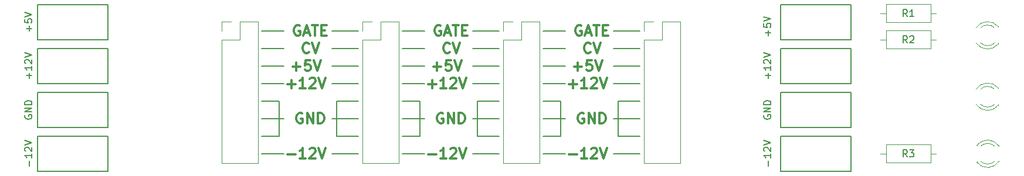
<source format=gbr>
G04 #@! TF.GenerationSoftware,KiCad,Pcbnew,(5.0.0)*
G04 #@! TF.CreationDate,2018-11-13T12:50:57-08:00*
G04 #@! TF.ProjectId,bus_board,6275735F626F6172642E6B696361645F,rev?*
G04 #@! TF.SameCoordinates,Original*
G04 #@! TF.FileFunction,Legend,Top*
G04 #@! TF.FilePolarity,Positive*
%FSLAX46Y46*%
G04 Gerber Fmt 4.6, Leading zero omitted, Abs format (unit mm)*
G04 Created by KiCad (PCBNEW (5.0.0)) date 11/13/18 12:50:57*
%MOMM*%
%LPD*%
G01*
G04 APERTURE LIST*
%ADD10C,0.200000*%
%ADD11C,0.300000*%
%ADD12C,0.120000*%
%ADD13C,0.150000*%
%ADD14C,6.000000*%
%ADD15R,2.100000X2.100000*%
%ADD16O,2.100000X2.100000*%
%ADD17C,2.200000*%
%ADD18R,2.200000X2.200000*%
%ADD19O,2.000000X2.000000*%
%ADD20C,2.000000*%
%ADD21C,3.400000*%
G04 APERTURE END LIST*
D10*
X138430000Y-71120000D02*
X142240000Y-71120000D01*
X128270000Y-78740000D02*
X131445000Y-78740000D01*
X128270000Y-73660000D02*
X131445000Y-73660000D01*
X131445000Y-71120000D02*
X128270000Y-71120000D01*
X138430000Y-73660000D02*
X142240000Y-73660000D01*
X131445000Y-76200000D02*
X128270000Y-76200000D01*
X131445000Y-83820000D02*
X128270000Y-83820000D01*
X128270000Y-81280000D02*
X130810000Y-81280000D01*
X139065000Y-86360000D02*
X142240000Y-86360000D01*
X130810000Y-83820000D02*
X130810000Y-86360000D01*
X130810000Y-81280000D02*
X130810000Y-83820000D01*
X128270000Y-88900000D02*
X131445000Y-88900000D01*
X130810000Y-86360000D02*
X128270000Y-86360000D01*
X139065000Y-81280000D02*
X139065000Y-86360000D01*
X142240000Y-81280000D02*
X139065000Y-81280000D01*
D11*
X134112142Y-83070000D02*
X133969285Y-82998571D01*
X133755000Y-82998571D01*
X133540714Y-83070000D01*
X133397857Y-83212857D01*
X133326428Y-83355714D01*
X133255000Y-83641428D01*
X133255000Y-83855714D01*
X133326428Y-84141428D01*
X133397857Y-84284285D01*
X133540714Y-84427142D01*
X133755000Y-84498571D01*
X133897857Y-84498571D01*
X134112142Y-84427142D01*
X134183571Y-84355714D01*
X134183571Y-83855714D01*
X133897857Y-83855714D01*
X134826428Y-84498571D02*
X134826428Y-82998571D01*
X135683571Y-84498571D01*
X135683571Y-82998571D01*
X136397857Y-84498571D02*
X136397857Y-82998571D01*
X136755000Y-82998571D01*
X136969285Y-83070000D01*
X137112142Y-83212857D01*
X137183571Y-83355714D01*
X137255000Y-83641428D01*
X137255000Y-83855714D01*
X137183571Y-84141428D01*
X137112142Y-84284285D01*
X136969285Y-84427142D01*
X136755000Y-84498571D01*
X136397857Y-84498571D01*
X131977142Y-89007142D02*
X133120000Y-89007142D01*
X134620000Y-89578571D02*
X133762857Y-89578571D01*
X134191428Y-89578571D02*
X134191428Y-88078571D01*
X134048571Y-88292857D01*
X133905714Y-88435714D01*
X133762857Y-88507142D01*
X135191428Y-88221428D02*
X135262857Y-88150000D01*
X135405714Y-88078571D01*
X135762857Y-88078571D01*
X135905714Y-88150000D01*
X135977142Y-88221428D01*
X136048571Y-88364285D01*
X136048571Y-88507142D01*
X135977142Y-88721428D01*
X135120000Y-89578571D01*
X136048571Y-89578571D01*
X136477142Y-88078571D02*
X136977142Y-89578571D01*
X137477142Y-88078571D01*
D10*
X142240000Y-78740000D02*
X138430000Y-78740000D01*
X138430000Y-76200000D02*
X142240000Y-76200000D01*
X142240000Y-88900000D02*
X138430000Y-88900000D01*
X142240000Y-83820000D02*
X138430000Y-83820000D01*
D11*
X135076428Y-74195714D02*
X135005000Y-74267142D01*
X134790714Y-74338571D01*
X134647857Y-74338571D01*
X134433571Y-74267142D01*
X134290714Y-74124285D01*
X134219285Y-73981428D01*
X134147857Y-73695714D01*
X134147857Y-73481428D01*
X134219285Y-73195714D01*
X134290714Y-73052857D01*
X134433571Y-72910000D01*
X134647857Y-72838571D01*
X134790714Y-72838571D01*
X135005000Y-72910000D01*
X135076428Y-72981428D01*
X135505000Y-72838571D02*
X136005000Y-74338571D01*
X136505000Y-72838571D01*
X132691428Y-76307142D02*
X133834285Y-76307142D01*
X133262857Y-76878571D02*
X133262857Y-75735714D01*
X135262857Y-75378571D02*
X134548571Y-75378571D01*
X134477142Y-76092857D01*
X134548571Y-76021428D01*
X134691428Y-75950000D01*
X135048571Y-75950000D01*
X135191428Y-76021428D01*
X135262857Y-76092857D01*
X135334285Y-76235714D01*
X135334285Y-76592857D01*
X135262857Y-76735714D01*
X135191428Y-76807142D01*
X135048571Y-76878571D01*
X134691428Y-76878571D01*
X134548571Y-76807142D01*
X134477142Y-76735714D01*
X135762857Y-75378571D02*
X136262857Y-76878571D01*
X136762857Y-75378571D01*
X133755000Y-70370000D02*
X133612142Y-70298571D01*
X133397857Y-70298571D01*
X133183571Y-70370000D01*
X133040714Y-70512857D01*
X132969285Y-70655714D01*
X132897857Y-70941428D01*
X132897857Y-71155714D01*
X132969285Y-71441428D01*
X133040714Y-71584285D01*
X133183571Y-71727142D01*
X133397857Y-71798571D01*
X133540714Y-71798571D01*
X133755000Y-71727142D01*
X133826428Y-71655714D01*
X133826428Y-71155714D01*
X133540714Y-71155714D01*
X134397857Y-71370000D02*
X135112142Y-71370000D01*
X134255000Y-71798571D02*
X134755000Y-70298571D01*
X135255000Y-71798571D01*
X135540714Y-70298571D02*
X136397857Y-70298571D01*
X135969285Y-71798571D02*
X135969285Y-70298571D01*
X136897857Y-71012857D02*
X137397857Y-71012857D01*
X137612142Y-71798571D02*
X136897857Y-71798571D01*
X136897857Y-70298571D01*
X137612142Y-70298571D01*
X131977142Y-78847142D02*
X133120000Y-78847142D01*
X132548571Y-79418571D02*
X132548571Y-78275714D01*
X134620000Y-79418571D02*
X133762857Y-79418571D01*
X134191428Y-79418571D02*
X134191428Y-77918571D01*
X134048571Y-78132857D01*
X133905714Y-78275714D01*
X133762857Y-78347142D01*
X135191428Y-78061428D02*
X135262857Y-77990000D01*
X135405714Y-77918571D01*
X135762857Y-77918571D01*
X135905714Y-77990000D01*
X135977142Y-78061428D01*
X136048571Y-78204285D01*
X136048571Y-78347142D01*
X135977142Y-78561428D01*
X135120000Y-79418571D01*
X136048571Y-79418571D01*
X136477142Y-77918571D02*
X136977142Y-79418571D01*
X137477142Y-77918571D01*
D10*
X118110000Y-71120000D02*
X121920000Y-71120000D01*
X107950000Y-78740000D02*
X111125000Y-78740000D01*
X107950000Y-73660000D02*
X111125000Y-73660000D01*
X111125000Y-71120000D02*
X107950000Y-71120000D01*
X118110000Y-73660000D02*
X121920000Y-73660000D01*
X111125000Y-76200000D02*
X107950000Y-76200000D01*
X111125000Y-83820000D02*
X107950000Y-83820000D01*
X107950000Y-81280000D02*
X110490000Y-81280000D01*
X118745000Y-86360000D02*
X121920000Y-86360000D01*
X110490000Y-83820000D02*
X110490000Y-86360000D01*
X110490000Y-81280000D02*
X110490000Y-83820000D01*
X107950000Y-88900000D02*
X111125000Y-88900000D01*
X110490000Y-86360000D02*
X107950000Y-86360000D01*
X118745000Y-81280000D02*
X118745000Y-86360000D01*
X121920000Y-81280000D02*
X118745000Y-81280000D01*
D11*
X113792142Y-83070000D02*
X113649285Y-82998571D01*
X113435000Y-82998571D01*
X113220714Y-83070000D01*
X113077857Y-83212857D01*
X113006428Y-83355714D01*
X112935000Y-83641428D01*
X112935000Y-83855714D01*
X113006428Y-84141428D01*
X113077857Y-84284285D01*
X113220714Y-84427142D01*
X113435000Y-84498571D01*
X113577857Y-84498571D01*
X113792142Y-84427142D01*
X113863571Y-84355714D01*
X113863571Y-83855714D01*
X113577857Y-83855714D01*
X114506428Y-84498571D02*
X114506428Y-82998571D01*
X115363571Y-84498571D01*
X115363571Y-82998571D01*
X116077857Y-84498571D02*
X116077857Y-82998571D01*
X116435000Y-82998571D01*
X116649285Y-83070000D01*
X116792142Y-83212857D01*
X116863571Y-83355714D01*
X116935000Y-83641428D01*
X116935000Y-83855714D01*
X116863571Y-84141428D01*
X116792142Y-84284285D01*
X116649285Y-84427142D01*
X116435000Y-84498571D01*
X116077857Y-84498571D01*
X111657142Y-89007142D02*
X112800000Y-89007142D01*
X114300000Y-89578571D02*
X113442857Y-89578571D01*
X113871428Y-89578571D02*
X113871428Y-88078571D01*
X113728571Y-88292857D01*
X113585714Y-88435714D01*
X113442857Y-88507142D01*
X114871428Y-88221428D02*
X114942857Y-88150000D01*
X115085714Y-88078571D01*
X115442857Y-88078571D01*
X115585714Y-88150000D01*
X115657142Y-88221428D01*
X115728571Y-88364285D01*
X115728571Y-88507142D01*
X115657142Y-88721428D01*
X114800000Y-89578571D01*
X115728571Y-89578571D01*
X116157142Y-88078571D02*
X116657142Y-89578571D01*
X117157142Y-88078571D01*
D10*
X121920000Y-78740000D02*
X118110000Y-78740000D01*
X118110000Y-76200000D02*
X121920000Y-76200000D01*
X121920000Y-88900000D02*
X118110000Y-88900000D01*
X121920000Y-83820000D02*
X118110000Y-83820000D01*
D11*
X114756428Y-74195714D02*
X114685000Y-74267142D01*
X114470714Y-74338571D01*
X114327857Y-74338571D01*
X114113571Y-74267142D01*
X113970714Y-74124285D01*
X113899285Y-73981428D01*
X113827857Y-73695714D01*
X113827857Y-73481428D01*
X113899285Y-73195714D01*
X113970714Y-73052857D01*
X114113571Y-72910000D01*
X114327857Y-72838571D01*
X114470714Y-72838571D01*
X114685000Y-72910000D01*
X114756428Y-72981428D01*
X115185000Y-72838571D02*
X115685000Y-74338571D01*
X116185000Y-72838571D01*
X112371428Y-76307142D02*
X113514285Y-76307142D01*
X112942857Y-76878571D02*
X112942857Y-75735714D01*
X114942857Y-75378571D02*
X114228571Y-75378571D01*
X114157142Y-76092857D01*
X114228571Y-76021428D01*
X114371428Y-75950000D01*
X114728571Y-75950000D01*
X114871428Y-76021428D01*
X114942857Y-76092857D01*
X115014285Y-76235714D01*
X115014285Y-76592857D01*
X114942857Y-76735714D01*
X114871428Y-76807142D01*
X114728571Y-76878571D01*
X114371428Y-76878571D01*
X114228571Y-76807142D01*
X114157142Y-76735714D01*
X115442857Y-75378571D02*
X115942857Y-76878571D01*
X116442857Y-75378571D01*
X113435000Y-70370000D02*
X113292142Y-70298571D01*
X113077857Y-70298571D01*
X112863571Y-70370000D01*
X112720714Y-70512857D01*
X112649285Y-70655714D01*
X112577857Y-70941428D01*
X112577857Y-71155714D01*
X112649285Y-71441428D01*
X112720714Y-71584285D01*
X112863571Y-71727142D01*
X113077857Y-71798571D01*
X113220714Y-71798571D01*
X113435000Y-71727142D01*
X113506428Y-71655714D01*
X113506428Y-71155714D01*
X113220714Y-71155714D01*
X114077857Y-71370000D02*
X114792142Y-71370000D01*
X113935000Y-71798571D02*
X114435000Y-70298571D01*
X114935000Y-71798571D01*
X115220714Y-70298571D02*
X116077857Y-70298571D01*
X115649285Y-71798571D02*
X115649285Y-70298571D01*
X116577857Y-71012857D02*
X117077857Y-71012857D01*
X117292142Y-71798571D02*
X116577857Y-71798571D01*
X116577857Y-70298571D01*
X117292142Y-70298571D01*
X111657142Y-78847142D02*
X112800000Y-78847142D01*
X112228571Y-79418571D02*
X112228571Y-78275714D01*
X114300000Y-79418571D02*
X113442857Y-79418571D01*
X113871428Y-79418571D02*
X113871428Y-77918571D01*
X113728571Y-78132857D01*
X113585714Y-78275714D01*
X113442857Y-78347142D01*
X114871428Y-78061428D02*
X114942857Y-77990000D01*
X115085714Y-77918571D01*
X115442857Y-77918571D01*
X115585714Y-77990000D01*
X115657142Y-78061428D01*
X115728571Y-78204285D01*
X115728571Y-78347142D01*
X115657142Y-78561428D01*
X114800000Y-79418571D01*
X115728571Y-79418571D01*
X116157142Y-77918571D02*
X116657142Y-79418571D01*
X117157142Y-77918571D01*
D10*
X98425000Y-86360000D02*
X101600000Y-86360000D01*
X98425000Y-81280000D02*
X98425000Y-86360000D01*
X101600000Y-81280000D02*
X98425000Y-81280000D01*
X90170000Y-86360000D02*
X87630000Y-86360000D01*
X90170000Y-83820000D02*
X90170000Y-86360000D01*
X90170000Y-81280000D02*
X90170000Y-83820000D01*
X87630000Y-81280000D02*
X90170000Y-81280000D01*
X90805000Y-83820000D02*
X87630000Y-83820000D01*
X87630000Y-88900000D02*
X90805000Y-88900000D01*
X101600000Y-88900000D02*
X97790000Y-88900000D01*
X101600000Y-83820000D02*
X97790000Y-83820000D01*
X101600000Y-78740000D02*
X97790000Y-78740000D01*
X97790000Y-76200000D02*
X101600000Y-76200000D01*
X97790000Y-73660000D02*
X101600000Y-73660000D01*
X97790000Y-71120000D02*
X101600000Y-71120000D01*
X90805000Y-71120000D02*
X87630000Y-71120000D01*
X87630000Y-73660000D02*
X90805000Y-73660000D01*
X90805000Y-76200000D02*
X87630000Y-76200000D01*
X87630000Y-78740000D02*
X90805000Y-78740000D01*
D11*
X91337142Y-89007142D02*
X92480000Y-89007142D01*
X93980000Y-89578571D02*
X93122857Y-89578571D01*
X93551428Y-89578571D02*
X93551428Y-88078571D01*
X93408571Y-88292857D01*
X93265714Y-88435714D01*
X93122857Y-88507142D01*
X94551428Y-88221428D02*
X94622857Y-88150000D01*
X94765714Y-88078571D01*
X95122857Y-88078571D01*
X95265714Y-88150000D01*
X95337142Y-88221428D01*
X95408571Y-88364285D01*
X95408571Y-88507142D01*
X95337142Y-88721428D01*
X94480000Y-89578571D01*
X95408571Y-89578571D01*
X95837142Y-88078571D02*
X96337142Y-89578571D01*
X96837142Y-88078571D01*
X93472142Y-83070000D02*
X93329285Y-82998571D01*
X93115000Y-82998571D01*
X92900714Y-83070000D01*
X92757857Y-83212857D01*
X92686428Y-83355714D01*
X92615000Y-83641428D01*
X92615000Y-83855714D01*
X92686428Y-84141428D01*
X92757857Y-84284285D01*
X92900714Y-84427142D01*
X93115000Y-84498571D01*
X93257857Y-84498571D01*
X93472142Y-84427142D01*
X93543571Y-84355714D01*
X93543571Y-83855714D01*
X93257857Y-83855714D01*
X94186428Y-84498571D02*
X94186428Y-82998571D01*
X95043571Y-84498571D01*
X95043571Y-82998571D01*
X95757857Y-84498571D02*
X95757857Y-82998571D01*
X96115000Y-82998571D01*
X96329285Y-83070000D01*
X96472142Y-83212857D01*
X96543571Y-83355714D01*
X96615000Y-83641428D01*
X96615000Y-83855714D01*
X96543571Y-84141428D01*
X96472142Y-84284285D01*
X96329285Y-84427142D01*
X96115000Y-84498571D01*
X95757857Y-84498571D01*
X91337142Y-78847142D02*
X92480000Y-78847142D01*
X91908571Y-79418571D02*
X91908571Y-78275714D01*
X93980000Y-79418571D02*
X93122857Y-79418571D01*
X93551428Y-79418571D02*
X93551428Y-77918571D01*
X93408571Y-78132857D01*
X93265714Y-78275714D01*
X93122857Y-78347142D01*
X94551428Y-78061428D02*
X94622857Y-77990000D01*
X94765714Y-77918571D01*
X95122857Y-77918571D01*
X95265714Y-77990000D01*
X95337142Y-78061428D01*
X95408571Y-78204285D01*
X95408571Y-78347142D01*
X95337142Y-78561428D01*
X94480000Y-79418571D01*
X95408571Y-79418571D01*
X95837142Y-77918571D02*
X96337142Y-79418571D01*
X96837142Y-77918571D01*
X92051428Y-76307142D02*
X93194285Y-76307142D01*
X92622857Y-76878571D02*
X92622857Y-75735714D01*
X94622857Y-75378571D02*
X93908571Y-75378571D01*
X93837142Y-76092857D01*
X93908571Y-76021428D01*
X94051428Y-75950000D01*
X94408571Y-75950000D01*
X94551428Y-76021428D01*
X94622857Y-76092857D01*
X94694285Y-76235714D01*
X94694285Y-76592857D01*
X94622857Y-76735714D01*
X94551428Y-76807142D01*
X94408571Y-76878571D01*
X94051428Y-76878571D01*
X93908571Y-76807142D01*
X93837142Y-76735714D01*
X95122857Y-75378571D02*
X95622857Y-76878571D01*
X96122857Y-75378571D01*
X94436428Y-74195714D02*
X94365000Y-74267142D01*
X94150714Y-74338571D01*
X94007857Y-74338571D01*
X93793571Y-74267142D01*
X93650714Y-74124285D01*
X93579285Y-73981428D01*
X93507857Y-73695714D01*
X93507857Y-73481428D01*
X93579285Y-73195714D01*
X93650714Y-73052857D01*
X93793571Y-72910000D01*
X94007857Y-72838571D01*
X94150714Y-72838571D01*
X94365000Y-72910000D01*
X94436428Y-72981428D01*
X94865000Y-72838571D02*
X95365000Y-74338571D01*
X95865000Y-72838571D01*
X93115000Y-70370000D02*
X92972142Y-70298571D01*
X92757857Y-70298571D01*
X92543571Y-70370000D01*
X92400714Y-70512857D01*
X92329285Y-70655714D01*
X92257857Y-70941428D01*
X92257857Y-71155714D01*
X92329285Y-71441428D01*
X92400714Y-71584285D01*
X92543571Y-71727142D01*
X92757857Y-71798571D01*
X92900714Y-71798571D01*
X93115000Y-71727142D01*
X93186428Y-71655714D01*
X93186428Y-71155714D01*
X92900714Y-71155714D01*
X93757857Y-71370000D02*
X94472142Y-71370000D01*
X93615000Y-71798571D02*
X94115000Y-70298571D01*
X94615000Y-71798571D01*
X94900714Y-70298571D02*
X95757857Y-70298571D01*
X95329285Y-71798571D02*
X95329285Y-70298571D01*
X96257857Y-71012857D02*
X96757857Y-71012857D01*
X96972142Y-71798571D02*
X96257857Y-71798571D01*
X96257857Y-70298571D01*
X96972142Y-70298571D01*
D12*
G04 #@! TO.C,J5*
X81855000Y-90230000D02*
X87055000Y-90230000D01*
X81855000Y-72390000D02*
X81855000Y-90230000D01*
X87055000Y-69790000D02*
X87055000Y-90230000D01*
X81855000Y-72390000D02*
X84455000Y-72390000D01*
X84455000Y-72390000D02*
X84455000Y-69790000D01*
X84455000Y-69790000D02*
X87055000Y-69790000D01*
X81855000Y-71120000D02*
X81855000Y-69790000D01*
X81855000Y-69790000D02*
X83185000Y-69790000D01*
G04 #@! TO.C,D2*
X193965000Y-79565000D02*
X193965000Y-79409000D01*
X193965000Y-81881000D02*
X193965000Y-81725000D01*
X191363870Y-79565163D02*
G75*
G02X193445961Y-79565000I1041130J-1079837D01*
G01*
X191363870Y-81724837D02*
G75*
G03X193445961Y-81725000I1041130J1079837D01*
G01*
X190732665Y-79566392D02*
G75*
G02X193965000Y-79409484I1672335J-1078608D01*
G01*
X190732665Y-81723608D02*
G75*
G03X193965000Y-81880516I1672335J1078608D01*
G01*
G04 #@! TO.C,D3*
X194077335Y-87821392D02*
G75*
G03X190845000Y-87664484I-1672335J-1078608D01*
G01*
X194077335Y-89978608D02*
G75*
G02X190845000Y-90135516I-1672335J1078608D01*
G01*
X193446130Y-87820163D02*
G75*
G03X191364039Y-87820000I-1041130J-1079837D01*
G01*
X193446130Y-89979837D02*
G75*
G02X191364039Y-89980000I-1041130J1079837D01*
G01*
X190845000Y-87664000D02*
X190845000Y-87820000D01*
X190845000Y-89980000D02*
X190845000Y-90136000D01*
G04 #@! TO.C,D1*
X193965000Y-70675000D02*
X193965000Y-70519000D01*
X193965000Y-72991000D02*
X193965000Y-72835000D01*
X191363870Y-70675163D02*
G75*
G02X193445961Y-70675000I1041130J-1079837D01*
G01*
X191363870Y-72834837D02*
G75*
G03X193445961Y-72835000I1041130J1079837D01*
G01*
X190732665Y-70676392D02*
G75*
G02X193965000Y-70519484I1672335J-1078608D01*
G01*
X190732665Y-72833608D02*
G75*
G03X193965000Y-72990516I1672335J1078608D01*
G01*
G04 #@! TO.C,J6*
X102175000Y-69790000D02*
X103505000Y-69790000D01*
X102175000Y-71120000D02*
X102175000Y-69790000D01*
X104775000Y-69790000D02*
X107375000Y-69790000D01*
X104775000Y-72390000D02*
X104775000Y-69790000D01*
X102175000Y-72390000D02*
X104775000Y-72390000D01*
X107375000Y-69790000D02*
X107375000Y-90230000D01*
X102175000Y-72390000D02*
X102175000Y-90230000D01*
X102175000Y-90230000D02*
X107375000Y-90230000D01*
G04 #@! TO.C,J8*
X122495000Y-90230000D02*
X127695000Y-90230000D01*
X122495000Y-72390000D02*
X122495000Y-90230000D01*
X127695000Y-69790000D02*
X127695000Y-90230000D01*
X122495000Y-72390000D02*
X125095000Y-72390000D01*
X125095000Y-72390000D02*
X125095000Y-69790000D01*
X125095000Y-69790000D02*
X127695000Y-69790000D01*
X122495000Y-71120000D02*
X122495000Y-69790000D01*
X122495000Y-69790000D02*
X123825000Y-69790000D01*
G04 #@! TO.C,J7*
X142815000Y-69790000D02*
X144145000Y-69790000D01*
X142815000Y-71120000D02*
X142815000Y-69790000D01*
X145415000Y-69790000D02*
X148015000Y-69790000D01*
X145415000Y-72390000D02*
X145415000Y-69790000D01*
X142815000Y-72390000D02*
X145415000Y-72390000D01*
X148015000Y-69790000D02*
X148015000Y-90230000D01*
X142815000Y-72390000D02*
X142815000Y-90230000D01*
X142815000Y-90230000D02*
X148015000Y-90230000D01*
G04 #@! TO.C,R2*
X185075000Y-72390000D02*
X184185000Y-72390000D01*
X176875000Y-72390000D02*
X177765000Y-72390000D01*
X184185000Y-71080000D02*
X177765000Y-71080000D01*
X184185000Y-73700000D02*
X184185000Y-71080000D01*
X177765000Y-73700000D02*
X184185000Y-73700000D01*
X177765000Y-71080000D02*
X177765000Y-73700000D01*
G04 #@! TO.C,R3*
X177765000Y-87590000D02*
X177765000Y-90210000D01*
X177765000Y-90210000D02*
X184185000Y-90210000D01*
X184185000Y-90210000D02*
X184185000Y-87590000D01*
X184185000Y-87590000D02*
X177765000Y-87590000D01*
X176875000Y-88900000D02*
X177765000Y-88900000D01*
X185075000Y-88900000D02*
X184185000Y-88900000D01*
G04 #@! TO.C,R1*
X185075000Y-68580000D02*
X184185000Y-68580000D01*
X176875000Y-68580000D02*
X177765000Y-68580000D01*
X184185000Y-67270000D02*
X177765000Y-67270000D01*
X184185000Y-69890000D02*
X184185000Y-67270000D01*
X177765000Y-69890000D02*
X184185000Y-69890000D01*
X177765000Y-67270000D02*
X177765000Y-69890000D01*
D13*
G04 #@! TO.C,+12V*
X65405000Y-78740000D02*
X55245000Y-78740000D01*
X65405000Y-73660000D02*
X65405000Y-78740000D01*
X55245000Y-73660000D02*
X65405000Y-73660000D01*
X55245000Y-78740000D02*
X55245000Y-73660000D01*
G04 #@! TO.C,+5V*
X55245000Y-72390000D02*
X55245000Y-67310000D01*
X55245000Y-67310000D02*
X65405000Y-67310000D01*
X65405000Y-67310000D02*
X65405000Y-72390000D01*
X65405000Y-72390000D02*
X55245000Y-72390000D01*
X172720000Y-72390000D02*
X162560000Y-72390000D01*
X172720000Y-67310000D02*
X172720000Y-72390000D01*
X162560000Y-67310000D02*
X172720000Y-67310000D01*
X162560000Y-72390000D02*
X162560000Y-67310000D01*
G04 #@! TO.C,+12V*
X162560000Y-78740000D02*
X162560000Y-73660000D01*
X162560000Y-73660000D02*
X172720000Y-73660000D01*
X172720000Y-73660000D02*
X172720000Y-78740000D01*
X172720000Y-78740000D02*
X162560000Y-78740000D01*
G04 #@! TO.C,GND*
X172720000Y-85090000D02*
X162560000Y-85090000D01*
X172720000Y-80010000D02*
X172720000Y-85090000D01*
X162560000Y-80010000D02*
X172720000Y-80010000D01*
X162560000Y-85090000D02*
X162560000Y-80010000D01*
G04 #@! TO.C,-12V*
X162560000Y-91440000D02*
X162560000Y-86360000D01*
X162560000Y-86360000D02*
X172720000Y-86360000D01*
X172720000Y-86360000D02*
X172720000Y-91440000D01*
X172720000Y-91440000D02*
X162560000Y-91440000D01*
X65405000Y-91440000D02*
X55245000Y-91440000D01*
X65405000Y-86360000D02*
X65405000Y-91440000D01*
X55245000Y-86360000D02*
X65405000Y-86360000D01*
X55245000Y-91440000D02*
X55245000Y-86360000D01*
G04 #@! TO.C,GND*
X55245000Y-85090000D02*
X55245000Y-80010000D01*
X55245000Y-80010000D02*
X65405000Y-80010000D01*
X65405000Y-80010000D02*
X65405000Y-85090000D01*
X65405000Y-85090000D02*
X55245000Y-85090000D01*
G04 #@! TO.C,R2*
X180808333Y-72842380D02*
X180475000Y-72366190D01*
X180236904Y-72842380D02*
X180236904Y-71842380D01*
X180617857Y-71842380D01*
X180713095Y-71890000D01*
X180760714Y-71937619D01*
X180808333Y-72032857D01*
X180808333Y-72175714D01*
X180760714Y-72270952D01*
X180713095Y-72318571D01*
X180617857Y-72366190D01*
X180236904Y-72366190D01*
X181189285Y-71937619D02*
X181236904Y-71890000D01*
X181332142Y-71842380D01*
X181570238Y-71842380D01*
X181665476Y-71890000D01*
X181713095Y-71937619D01*
X181760714Y-72032857D01*
X181760714Y-72128095D01*
X181713095Y-72270952D01*
X181141666Y-72842380D01*
X181760714Y-72842380D01*
G04 #@! TO.C,R3*
X180808333Y-89352380D02*
X180475000Y-88876190D01*
X180236904Y-89352380D02*
X180236904Y-88352380D01*
X180617857Y-88352380D01*
X180713095Y-88400000D01*
X180760714Y-88447619D01*
X180808333Y-88542857D01*
X180808333Y-88685714D01*
X180760714Y-88780952D01*
X180713095Y-88828571D01*
X180617857Y-88876190D01*
X180236904Y-88876190D01*
X181141666Y-88352380D02*
X181760714Y-88352380D01*
X181427380Y-88733333D01*
X181570238Y-88733333D01*
X181665476Y-88780952D01*
X181713095Y-88828571D01*
X181760714Y-88923809D01*
X181760714Y-89161904D01*
X181713095Y-89257142D01*
X181665476Y-89304761D01*
X181570238Y-89352380D01*
X181284523Y-89352380D01*
X181189285Y-89304761D01*
X181141666Y-89257142D01*
G04 #@! TO.C,R1*
X180808333Y-69032380D02*
X180475000Y-68556190D01*
X180236904Y-69032380D02*
X180236904Y-68032380D01*
X180617857Y-68032380D01*
X180713095Y-68080000D01*
X180760714Y-68127619D01*
X180808333Y-68222857D01*
X180808333Y-68365714D01*
X180760714Y-68460952D01*
X180713095Y-68508571D01*
X180617857Y-68556190D01*
X180236904Y-68556190D01*
X181760714Y-69032380D02*
X181189285Y-69032380D01*
X181475000Y-69032380D02*
X181475000Y-68032380D01*
X181379761Y-68175238D01*
X181284523Y-68270476D01*
X181189285Y-68318095D01*
G04 #@! TO.C,+12V*
X54046428Y-77961904D02*
X54046428Y-77200000D01*
X54427380Y-77580952D02*
X53665476Y-77580952D01*
X54427380Y-76200000D02*
X54427380Y-76771428D01*
X54427380Y-76485714D02*
X53427380Y-76485714D01*
X53570238Y-76580952D01*
X53665476Y-76676190D01*
X53713095Y-76771428D01*
X53522619Y-75819047D02*
X53475000Y-75771428D01*
X53427380Y-75676190D01*
X53427380Y-75438095D01*
X53475000Y-75342857D01*
X53522619Y-75295238D01*
X53617857Y-75247619D01*
X53713095Y-75247619D01*
X53855952Y-75295238D01*
X54427380Y-75866666D01*
X54427380Y-75247619D01*
X53427380Y-74961904D02*
X54427380Y-74628571D01*
X53427380Y-74295238D01*
G04 #@! TO.C,+5V*
X54046428Y-71135714D02*
X54046428Y-70373809D01*
X54427380Y-70754761D02*
X53665476Y-70754761D01*
X53427380Y-69421428D02*
X53427380Y-69897619D01*
X53903571Y-69945238D01*
X53855952Y-69897619D01*
X53808333Y-69802380D01*
X53808333Y-69564285D01*
X53855952Y-69469047D01*
X53903571Y-69421428D01*
X53998809Y-69373809D01*
X54236904Y-69373809D01*
X54332142Y-69421428D01*
X54379761Y-69469047D01*
X54427380Y-69564285D01*
X54427380Y-69802380D01*
X54379761Y-69897619D01*
X54332142Y-69945238D01*
X53427380Y-69088095D02*
X54427380Y-68754761D01*
X53427380Y-68421428D01*
X160726428Y-71770714D02*
X160726428Y-71008809D01*
X161107380Y-71389761D02*
X160345476Y-71389761D01*
X160107380Y-70056428D02*
X160107380Y-70532619D01*
X160583571Y-70580238D01*
X160535952Y-70532619D01*
X160488333Y-70437380D01*
X160488333Y-70199285D01*
X160535952Y-70104047D01*
X160583571Y-70056428D01*
X160678809Y-70008809D01*
X160916904Y-70008809D01*
X161012142Y-70056428D01*
X161059761Y-70104047D01*
X161107380Y-70199285D01*
X161107380Y-70437380D01*
X161059761Y-70532619D01*
X161012142Y-70580238D01*
X160107380Y-69723095D02*
X161107380Y-69389761D01*
X160107380Y-69056428D01*
G04 #@! TO.C,+12V*
X160726428Y-77961904D02*
X160726428Y-77200000D01*
X161107380Y-77580952D02*
X160345476Y-77580952D01*
X161107380Y-76200000D02*
X161107380Y-76771428D01*
X161107380Y-76485714D02*
X160107380Y-76485714D01*
X160250238Y-76580952D01*
X160345476Y-76676190D01*
X160393095Y-76771428D01*
X160202619Y-75819047D02*
X160155000Y-75771428D01*
X160107380Y-75676190D01*
X160107380Y-75438095D01*
X160155000Y-75342857D01*
X160202619Y-75295238D01*
X160297857Y-75247619D01*
X160393095Y-75247619D01*
X160535952Y-75295238D01*
X161107380Y-75866666D01*
X161107380Y-75247619D01*
X160107380Y-74961904D02*
X161107380Y-74628571D01*
X160107380Y-74295238D01*
G04 #@! TO.C,GND*
X160155000Y-83311904D02*
X160107380Y-83407142D01*
X160107380Y-83550000D01*
X160155000Y-83692857D01*
X160250238Y-83788095D01*
X160345476Y-83835714D01*
X160535952Y-83883333D01*
X160678809Y-83883333D01*
X160869285Y-83835714D01*
X160964523Y-83788095D01*
X161059761Y-83692857D01*
X161107380Y-83550000D01*
X161107380Y-83454761D01*
X161059761Y-83311904D01*
X161012142Y-83264285D01*
X160678809Y-83264285D01*
X160678809Y-83454761D01*
X161107380Y-82835714D02*
X160107380Y-82835714D01*
X161107380Y-82264285D01*
X160107380Y-82264285D01*
X161107380Y-81788095D02*
X160107380Y-81788095D01*
X160107380Y-81550000D01*
X160155000Y-81407142D01*
X160250238Y-81311904D01*
X160345476Y-81264285D01*
X160535952Y-81216666D01*
X160678809Y-81216666D01*
X160869285Y-81264285D01*
X160964523Y-81311904D01*
X161059761Y-81407142D01*
X161107380Y-81550000D01*
X161107380Y-81788095D01*
G04 #@! TO.C,-12V*
X160726428Y-90661904D02*
X160726428Y-89900000D01*
X161107380Y-88900000D02*
X161107380Y-89471428D01*
X161107380Y-89185714D02*
X160107380Y-89185714D01*
X160250238Y-89280952D01*
X160345476Y-89376190D01*
X160393095Y-89471428D01*
X160202619Y-88519047D02*
X160155000Y-88471428D01*
X160107380Y-88376190D01*
X160107380Y-88138095D01*
X160155000Y-88042857D01*
X160202619Y-87995238D01*
X160297857Y-87947619D01*
X160393095Y-87947619D01*
X160535952Y-87995238D01*
X161107380Y-88566666D01*
X161107380Y-87947619D01*
X160107380Y-87661904D02*
X161107380Y-87328571D01*
X160107380Y-86995238D01*
X54046428Y-90661904D02*
X54046428Y-89900000D01*
X54427380Y-88900000D02*
X54427380Y-89471428D01*
X54427380Y-89185714D02*
X53427380Y-89185714D01*
X53570238Y-89280952D01*
X53665476Y-89376190D01*
X53713095Y-89471428D01*
X53522619Y-88519047D02*
X53475000Y-88471428D01*
X53427380Y-88376190D01*
X53427380Y-88138095D01*
X53475000Y-88042857D01*
X53522619Y-87995238D01*
X53617857Y-87947619D01*
X53713095Y-87947619D01*
X53855952Y-87995238D01*
X54427380Y-88566666D01*
X54427380Y-87947619D01*
X53427380Y-87661904D02*
X54427380Y-87328571D01*
X53427380Y-86995238D01*
G04 #@! TO.C,GND*
X53475000Y-83311904D02*
X53427380Y-83407142D01*
X53427380Y-83550000D01*
X53475000Y-83692857D01*
X53570238Y-83788095D01*
X53665476Y-83835714D01*
X53855952Y-83883333D01*
X53998809Y-83883333D01*
X54189285Y-83835714D01*
X54284523Y-83788095D01*
X54379761Y-83692857D01*
X54427380Y-83550000D01*
X54427380Y-83454761D01*
X54379761Y-83311904D01*
X54332142Y-83264285D01*
X53998809Y-83264285D01*
X53998809Y-83454761D01*
X54427380Y-82835714D02*
X53427380Y-82835714D01*
X54427380Y-82264285D01*
X53427380Y-82264285D01*
X54427380Y-81788095D02*
X53427380Y-81788095D01*
X53427380Y-81550000D01*
X53475000Y-81407142D01*
X53570238Y-81311904D01*
X53665476Y-81264285D01*
X53855952Y-81216666D01*
X53998809Y-81216666D01*
X54189285Y-81264285D01*
X54284523Y-81311904D01*
X54379761Y-81407142D01*
X54427380Y-81550000D01*
X54427380Y-81788095D01*
G04 #@! TD*
%LPC*%
D14*
G04 #@! TO.C,REF\002A\002A*
X180975000Y-80000000D03*
G04 #@! TD*
D15*
G04 #@! TO.C,J5*
X83185000Y-71120000D03*
D16*
X85725000Y-71120000D03*
X83185000Y-73660000D03*
X85725000Y-73660000D03*
X83185000Y-76200000D03*
X85725000Y-76200000D03*
X83185000Y-78740000D03*
X85725000Y-78740000D03*
X83185000Y-81280000D03*
X85725000Y-81280000D03*
X83185000Y-83820000D03*
X85725000Y-83820000D03*
X83185000Y-86360000D03*
X85725000Y-86360000D03*
X83185000Y-88900000D03*
X85725000Y-88900000D03*
G04 #@! TD*
D17*
G04 #@! TO.C,D2*
X191135000Y-80645000D03*
D18*
X193675000Y-80645000D03*
G04 #@! TD*
G04 #@! TO.C,D3*
X191135000Y-88900000D03*
D17*
X193675000Y-88900000D03*
G04 #@! TD*
G04 #@! TO.C,D1*
X191135000Y-71755000D03*
D18*
X193675000Y-71755000D03*
G04 #@! TD*
D16*
G04 #@! TO.C,J6*
X106045000Y-88900000D03*
X103505000Y-88900000D03*
X106045000Y-86360000D03*
X103505000Y-86360000D03*
X106045000Y-83820000D03*
X103505000Y-83820000D03*
X106045000Y-81280000D03*
X103505000Y-81280000D03*
X106045000Y-78740000D03*
X103505000Y-78740000D03*
X106045000Y-76200000D03*
X103505000Y-76200000D03*
X106045000Y-73660000D03*
X103505000Y-73660000D03*
X106045000Y-71120000D03*
D15*
X103505000Y-71120000D03*
G04 #@! TD*
G04 #@! TO.C,J8*
X123825000Y-71120000D03*
D16*
X126365000Y-71120000D03*
X123825000Y-73660000D03*
X126365000Y-73660000D03*
X123825000Y-76200000D03*
X126365000Y-76200000D03*
X123825000Y-78740000D03*
X126365000Y-78740000D03*
X123825000Y-81280000D03*
X126365000Y-81280000D03*
X123825000Y-83820000D03*
X126365000Y-83820000D03*
X123825000Y-86360000D03*
X126365000Y-86360000D03*
X123825000Y-88900000D03*
X126365000Y-88900000D03*
G04 #@! TD*
G04 #@! TO.C,J7*
X146685000Y-88900000D03*
X144145000Y-88900000D03*
X146685000Y-86360000D03*
X144145000Y-86360000D03*
X146685000Y-83820000D03*
X144145000Y-83820000D03*
X146685000Y-81280000D03*
X144145000Y-81280000D03*
X146685000Y-78740000D03*
X144145000Y-78740000D03*
X146685000Y-76200000D03*
X144145000Y-76200000D03*
X146685000Y-73660000D03*
X144145000Y-73660000D03*
X146685000Y-71120000D03*
D15*
X144145000Y-71120000D03*
G04 #@! TD*
D19*
G04 #@! TO.C,R2*
X186055000Y-72390000D03*
D20*
X175895000Y-72390000D03*
G04 #@! TD*
G04 #@! TO.C,R3*
X175895000Y-88900000D03*
D19*
X186055000Y-88900000D03*
G04 #@! TD*
G04 #@! TO.C,R1*
X186055000Y-68580000D03*
D20*
X175895000Y-68580000D03*
G04 #@! TD*
D21*
G04 #@! TO.C,+12V*
X62705000Y-76200000D03*
X57945000Y-76200000D03*
G04 #@! TD*
G04 #@! TO.C,+5V*
X57945000Y-69850000D03*
X62705000Y-69850000D03*
G04 #@! TD*
G04 #@! TO.C,+5V*
X170020000Y-69850000D03*
X165260000Y-69850000D03*
G04 #@! TD*
G04 #@! TO.C,+12V*
X165260000Y-76200000D03*
X170020000Y-76200000D03*
G04 #@! TD*
G04 #@! TO.C,GND*
X170020000Y-82550000D03*
X165260000Y-82550000D03*
G04 #@! TD*
G04 #@! TO.C,-12V*
X165260000Y-88900000D03*
X170020000Y-88900000D03*
G04 #@! TD*
G04 #@! TO.C,-12V*
X62705000Y-88900000D03*
X57945000Y-88900000D03*
G04 #@! TD*
G04 #@! TO.C,GND*
X57945000Y-82550000D03*
X62705000Y-82550000D03*
G04 #@! TD*
D14*
G04 #@! TO.C,REF\002A\002A*
X73025000Y-80000000D03*
G04 #@! TD*
M02*

</source>
